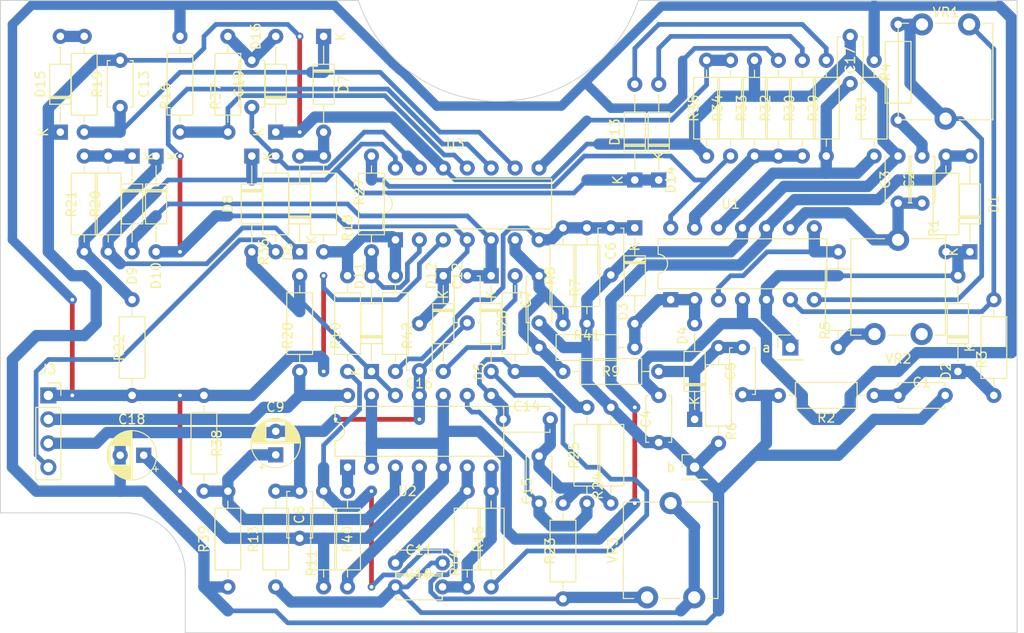
<source format=kicad_pcb>
(kicad_pcb (version 20221018) (generator pcbnew)
  (layers (0 "F.Cu" signal) (31 "B.Cu" signal) (34 "B.Paste" user) (35 "F.Paste" user) (36 "B.SilkS" user "B.Silkscreen") (37 "F.SilkS" user "F.Silkscreen") (38 "B.Mask" user) (39 "F.Mask" user) (44 "Edge.Cuts" user))
  (net 0 "")
  (net 1 "Net-(D2-K)")
  (net 2 "GND")
  (net 3 "Net-(C2-Pad1)")
  (net 4 "Net-(U1C--)")
  (net 5 "+5V")
  (net 6 "Net-(D4-K)")
  (net 7 "Net-(D3-K)")
  (net 8 "Net-(U3B--)")
  (net 9 "Net-(U2A-+)")
  (net 10 "Net-(C10-Pad1)")
  (net 11 "Net-(C10-Pad2)")
  (net 12 "Net-(U2B--)")
  (net 13 "Net-(D5-K)")
  (net 14 "Net-(D7-K)")
  (net 15 "Net-(C14-Pad1)")
  (net 16 "Net-(C14-Pad2)")
  (net 17 "Net-(U2C--)")
  (net 18 "Net-(D10-A)")
  (net 19 "Net-(U1D-+)")
  (net 20 "Net-(C19-Pad1)")
  (net 21 "Net-(D16-A)")
  (net 22 "Net-(D1-K)")
  (net 23 "Net-(D1-A)")
  (net 24 "Net-(D3-A)")
  (net 25 "Net-(D5-A)")
  (net 26 "Net-(D13-K)")
  (net 27 "Net-(D6-A)")
  (net 28 "Net-(D11-K)")
  (net 29 "Net-(D9-K)")
  (net 30 "Net-(D10-K)")
  (net 31 "Net-(D11-A)")
  (net 32 "Net-(D12-A)")
  (net 33 "Net-(D13-A)")
  (net 34 "Net-(D14-A)")
  (net 35 "Net-(D15-A)")
  (net 36 "DATA")
  (net 37 "{slash}LED")
  (net 38 "Net-(U1B--)")
  (net 39 "Net-(R4-Pad2)")
  (net 40 "Net-(R5-Pad1)")
  (net 41 "Net-(U1A-+)")
  (net 42 "Net-(R10-Pad1)")
  (net 43 "Net-(R10-Pad2)")
  (net 44 "Net-(U3C-+)")
  (net 45 "Net-(R27-Pad2)")
  (net 46 "Net-(U1D--)")
  (net 47 "Net-(U3D--)")
  (net 48 "Net-(R40-Pad2)")
  (footprint "Capacitor_THT:C_Disc_D4.7mm_W2.5mm_P5.00mm" (layer "F.Cu") (at 46.91 59.69 180)
    (fp_text reference "C11")
    (fp_text value "1nF")
  )
  (footprint "Resistor_THT:R_Axial_DIN0207_L6.3mm_D2.5mm_P10.16mm_Horizontal" (layer "F.Cu") (at 41.91 39.37 90)
    (fp_text reference "R42")
    (fp_text value "1M")
  )
  (footprint "Resistor_THT:R_Axial_DIN0207_L6.3mm_D2.5mm_P10.16mm_Horizontal" (layer "F.Cu") (at 105.41 41.91 90)
    (fp_text reference "R3")
    (fp_text value "100K")
  )
  (footprint "Resistor_THT:R_Axial_DIN0207_L6.3mm_D2.5mm_P10.16mm_Horizontal" (layer "F.Cu") (at 19.05 3.81 -90)
    (fp_text reference "R16")
    (fp_text value "150K")
  )
  (footprint "Package_DIP:DIP-14_W7.62mm" (layer "F.Cu") (at 71.12 31.75 90)
    (fp_text reference "U1")
    (fp_text value "LM324")
  )
  (footprint "Resistor_THT:R_Axial_DIN0207_L6.3mm_D2.5mm_P10.16mm_Horizontal" (layer "F.Cu") (at 52.07 52.07 -90)
    (fp_text reference "R15")
    (fp_text value "120K")
  )
  (footprint "Resistor_THT:R_Axial_DIN0207_L6.3mm_D2.5mm_P10.16mm_Horizontal" (layer "F.Cu") (at 31.75 29.21 -90)
    (fp_text reference "R28")
    (fp_text value "240K")
  )
  (footprint "Resistor_THT:R_Axial_DIN0207_L6.3mm_D2.5mm_P10.16mm_Horizontal" (layer "F.Cu") (at 36.83 62.23 90)
    (fp_text reference "R40")
    (fp_text value "5.1K")
  )
  (footprint "Resistor_THT:R_Axial_DIN0207_L6.3mm_D2.5mm_P10.16mm_Horizontal" (layer "F.Cu") (at 34.29 62.23 90)
    (fp_text reference "R11")
    (fp_text value "1K")
  )
  (footprint "Resistor_THT:R_Axial_DIN0207_L6.3mm_D2.5mm_P10.16mm_Horizontal" (layer "F.Cu") (at 8.89 13.97 90)
    (fp_text reference "R19")
    (fp_text value "1M")
  )
  (footprint "Package_DIP:DIP-14_W7.62mm" (layer "F.Cu") (at 36.83 49.53 90)
    (fp_text reference "U2")
    (fp_text value "LM324")
  )
  (footprint "Capacitor_THT:C_Disc_D4.7mm_W2.5mm_P5.00mm" (layer "F.Cu") (at 57.15 53.34 90)
    (fp_text reference "C15")
    (fp_text value "470pF")
  )
  (footprint "Resistor_THT:R_Axial_DIN0207_L6.3mm_D2.5mm_P10.16mm_Horizontal" (layer "F.Cu") (at 13.97 41.91 90)
    (fp_text reference "R22")
    (fp_text value "470K")
  )
  (footprint "Diode_THT:D_DO-35_SOD27_P10.16mm_Horizontal" (layer "F.Cu") (at 39.37 39.37 90)
    (fp_text reference "D11")
    (fp_text value "1N4148")
  )
  (footprint "Resistor_THT:R_Axial_DIN0207_L6.3mm_D2.5mm_P10.16mm_Horizontal" (layer "F.Cu") (at 24.13 3.81 -90)
    (fp_text reference "R37")
    (fp_text value "82K")
  )
  (footprint "Capacitor_THT:C_Disc_D4.7mm_W2.5mm_P5.00mm" (layer "F.Cu") (at 78.74 36.83 -90)
    (fp_text reference "C5")
    (fp_text value "0.1uF")
  )
  (footprint "Diode_THT:D_DO-35_SOD27_P10.16mm_Horizontal" (layer "F.Cu") (at 16.51 16.51 -90)
    (fp_text reference "D10")
    (fp_text value "1N4148")
  )
  (footprint "Diode_THT:D_DO-35_SOD27_P10.16mm_Horizontal" (layer "F.Cu") (at 101.6 39.37 90)
    (fp_text reference "D2")
    (fp_text value "1N4148")
  )
  (footprint "Resistor_THT:R_Axial_DIN0207_L6.3mm_D2.5mm_P10.16mm_Horizontal" (layer "F.Cu") (at 64.77 53.34 90)
    (fp_text reference "R24")
    (fp_text value "2.2K")
  )
  (footprint "Capacitor_THT:C_Disc_D4.7mm_W2.5mm_P5.00mm" (layer "F.Cu") (at 44.45 34.29 -90)
    (fp_text reference "C16")
    (fp_text value "10nF")
  )
  (footprint "Capacitor_THT:C_Disc_D4.7mm_W2.5mm_P5.00mm" (layer "F.Cu") (at 90.17 8.81 90)
    (fp_text reference "C17")
    (fp_text value "22nF")
  )
  (footprint "Capacitor_THT:C_Disc_D4.7mm_W2.5mm_P5.00mm" (layer "F.Cu") (at 95.25 21.51 90)
    (fp_text reference "C3")
    (fp_text value "1nF")
  )
  (footprint "Capacitor_THT:C_Disc_D4.7mm_W2.5mm_P5.00mm" (layer "F.Cu") (at 41.91 62.23)
    (fp_text reference "C10")
    (fp_text value "1nF")
  )
  (footprint "Resistor_THT:R_Axial_DIN0207_L6.3mm_D2.5mm_P10.16mm_Horizontal" (layer "F.Cu") (at 67.31 36.83 180)
    (fp_text reference "R41")
    (fp_text value "2.2M")
  )
  (footprint "Resistor_THT:R_Axial_DIN0207_L6.3mm_D2.5mm_P10.16mm_Horizontal" (layer "F.Cu") (at 92.71 6.35 -90)
    (fp_text reference "R31")
    (fp_text value "1M")
  )
  (footprint "Resistor_THT:R_Axial_DIN0207_L6.3mm_D2.5mm_P10.16mm_Horizontal" (layer "F.Cu") (at 24.13 52.07 -90)
    (fp_text reference "R39")
    (fp_text value "39K")
  )
  (footprint "Resistor_THT:R_Axial_DIN0207_L6.3mm_D2.5mm_P10.16mm_Horizontal" (layer "F.Cu") (at 76.2 36.83 -90)
    (fp_text reference "R6")
    (fp_text value "560K")
  )
  (footprint "Resistor_THT:R_Axial_DIN0207_L6.3mm_D2.5mm_P10.16mm_Horizontal" (layer "F.Cu") (at 69.85 39.37 180)
    (fp_text reference "R9")
    (fp_text value "1M")
  )
  (footprint "Capacitor_THT:C_Disc_D4.7mm_W2.5mm_P5.00mm" (layer "F.Cu") (at 58.34 44.45 180)
    (fp_text reference "C14")
    (fp_text value "470pF")
  )
  (footprint "Connector_PinHeader_2.54mm:PinHeader_1x01_P2.54mm_Vertical" (layer "F.Cu") (at 83.82 36.83)
    (fp_text reference "J1" hide)
    (fp_text value "a")
  )
  (footprint "Resistor_THT:R_Axial_DIN0207_L6.3mm_D2.5mm_P10.16mm_Horizontal" (layer "F.Cu") (at 77.47 16.51 90)
    (fp_text reference "R34")
    (fp_text value "180K")
  )
  (footprint "Resistor_THT:R_Axial_DIN0207_L6.3mm_D2.5mm_P10.16mm_Horizontal" (layer "F.Cu") (at 85.09 16.51 90)
    (fp_text reference "R30")
    (fp_text value "510K")
  )
  (footprint "Diode_THT:D_DO-35_SOD27_P10.16mm_Horizontal" (layer "F.Cu") (at 52.07 29.21 -90)
    (fp_text reference "D5")
    (fp_text value "1N4148")
  )
  (footprint "Resistor_THT:R_Axial_DIN0207_L6.3mm_D2.5mm_P10.16mm_Horizontal" (layer "F.Cu") (at 49.53 62.23 90)
    (fp_text reference "R14")
    (fp_text value "180K")
  )
  (footprint "Diode_THT:D_DO-35_SOD27_P10.16mm_Horizontal" (layer "F.Cu") (at 69.85 19.05 90)
    (fp_text reference "D14")
    (fp_text value "1N4148")
  )
  (footprint "Connector_PinHeader_2.54mm:PinHeader_1x01_P2.54mm_Vertical" (layer "F.Cu") (at 73.66 49.53)
    (fp_text reference "J2" hide)
    (fp_text value "b")
  )
  (footprint "Capacitor_THT:C_Disc_D4.7mm_W2.5mm_P5.00mm" (layer "F.Cu") (at 97.79 16.51 -90)
    (fp_text reference "C2")
    (fp_text value "2.7nF")
  )
  (footprint "Diode_THT:D_DO-35_SOD27_P10.16mm_Horizontal" (layer "F.Cu") (at 26.67 16.51 -90)
    (fp_text reference "D8")
    (fp_text value "1N4148")
  )
  (footprint "Diode_THT:D_DO-35_SOD27_P10.16mm_Horizontal" (layer "F.Cu") (at 6.35 13.97 90)
    (fp_text reference "D15")
    (fp_text value "1N4148")
  )
  (footprint "Package_DIP:DIP-14_W7.62mm" (layer "F.Cu") (at 41.91 25.4 90)
    (fp_text reference "U3")
    (fp_text value "LM339")
  )
  (footprint "Resistor_THT:R_Axial_DIN0207_L6.3mm_D2.5mm_P10.16mm_Horizontal" (layer "F.Cu") (at 87.63 16.51 90)
    (fp_text reference "R29")
    (fp_text value "100K")
  )
  (footprint "Diode_THT:D_DO-35_SOD27_P10.16mm_Horizontal" (layer "F.Cu") (at 34.29 3.81 -90)
    (fp_text reference "D7")
    (fp_text value "1N4148")
  )
  (footprint "Resistor_THT:R_Axial_DIN0207_L6.3mm_D2.5mm_P10.16mm_Horizontal" (layer "F.Cu") (at 39.37 26.67 90)
    (fp_text reference "R27")
    (fp_text value "100K")
  )
  (footprint "Resistor_THT:R_Axial_DIN0207_L6.3mm_D2.5mm_P10.16mm_Horizontal" (layer "F.Cu") (at 21.59 41.91 -90)
    (fp_text reference "R38")
    (fp_text value "62K")
  )
  (footprint "Capacitor_THT:C_Disc_D4.7mm_W2.5mm_P5.00mm" (layer "F.Cu") (at 69.85 41.91 -90)
    (fp_text reference "C4")
    (fp_text value "0.1uF")
  )
  (footprint "Resistor_THT:R_Axial_DIN0207_L6.3mm_D2.5mm_P10.16mm_Horizontal" (layer "F.Cu") (at 11.43 16.51 -90)
    (fp_text reference "R20")
    (fp_text value "82K")
  )
  (footprint "Potentiometer_THT:Potentiometer_ACP_CA9-V10_Vertical" (layer "F.Cu") (at 97.75 35.4 90)
    (fp_text reference "VR2")
    (fp_text value "500K")
  )
  (footprint "Diode_THT:D_DO-35_SOD27_P10.16mm_Horizontal" (layer "F.Cu") (at 29.21 13.97 90)
    (fp_text reference "D16")
    (fp_text value "1N4148")
  )
  (footprint "Resistor_THT:R_Axial_DIN0207_L6.3mm_D2.5mm_P10.16mm_Horizontal" (layer "F.Cu") (at 8.89 16.51 -90)
    (fp_text reference "R21")
    (fp_text value "27K")
  )
  (footprint "Resistor_THT:R_Axial_DIN0207_L6.3mm_D2.5mm_P10.16mm_Horizontal" (layer "F.Cu") (at 95.25 12.7 90)
    (fp_text reference "R4")
    (fp_text value "1K")
  )
  (footprint "Diode_THT:D_DO-35_SOD27_P10.16mm_Horizontal" (layer "F.Cu") (at 46.99 29.21 -90)
    (fp_text reference "D12")
    (fp_text value "1N4148")
  )
  (footprint "Resistor_THT:R_Axial_DIN0207_L6.3mm_D2.5mm_P10.16mm_Horizontal" (layer "F.Cu") (at 88.9 36.83 90)
    (fp_text reference "R5")
    (fp_text value "300K")
  )
  (footprint "Potentiometer_THT:Potentiometer_ACP_CA9-V10_Vertical" (layer "F.Cu") (at 73.62 63.34 90)
    (fp_text reference "VR3")
    (fp_text value "50K")
  )
  (footprint "Resistor_THT:R_Axial_DIN0207_L6.3mm_D2.5mm_P10.16mm_Horizontal" (layer "F.Cu") (at 36.83 39.37 90)
    (fp_text reference "R10")
    (fp_text value "10K")
  )
  (footprint "Capacitor_THT:C_Disc_D4.7mm_W2.5mm_P5.00mm" (layer "F.Cu") (at 57.15 29.21 -90)
    (fp_text reference "C7")
    (fp_text value "100pF")
  )
  (footprint "Potentiometer_THT:Potentiometer_ACP_CA9-V10_Vertical" (layer "F.Cu") (at 97.79 2.54 -90)
    (fp_text reference "VR1")
    (fp_text value "180K")
  )
  (footprint "Diode_THT:D_DO-35_SOD27_P10.16mm_Horizontal" (layer "F.Cu") (at 73.66 44.45 90)
    (fp_text reference "D4")
    (fp_text value "1N4148")
  )
  (footprint "Resistor_THT:R_Axial_DIN0207_L6.3mm_D2.5mm_P10.16mm_Horizontal" (layer "F.Cu") (at 34.29 26.67 90)
    (fp_text reference "R18")
    (fp_text value "100K")
  )
  (footprint "Resistor_THT:R_Axial_DIN0207_L6.3mm_D2.5mm_P10.16mm_Horizontal" (layer "F.Cu") (at 82.55 6.35 -90)
    (fp_text reference "R32")
    (fp_text value "510K")
  )
  (footprint "Capacitor_THT:C_Disc_D4.7mm_W2.5mm_P5.00mm" (layer "F.Cu") (at 12.7 11.35 90)
    (fp_text reference "C13")
    (fp_text value "1nF")
  )
  (footprint "Diode_THT:D_DO-35_SOD27_P10.16mm_Horizontal" (layer "F.Cu") (at 67.31 24.13 -90)
    (fp_text reference "D3")
    (fp_text value "1N4148")
  )
  (footprint "Capacitor_THT:C_Disc_D4.7mm_W2.5mm_P5.00mm" (layer "F.Cu") (at 49.53 29.21 -90)
    (fp_text reference "C12")
    (fp_text value "10nF")
  )
  (footprint "Resistor_THT:R_Axial_DIN0207_L6.3mm_D2.5mm_P10.16mm_Horizontal" (layer "F.Cu") (at 100.33 16.51 -90)
    (fp_text reference "R1")
    (fp_text value "27K")
  )
  (footprint "Connector_PinSocket_2.54mm:PinSocket_1x04_P2.54mm_Vertical" (layer "F.Cu") (at 5.08 41.91)
    (fp_text reference "J3")
    (fp_text value "Conn_01x04")
  )
  (footprint "Resistor_THT:R_Axial_DIN0207_L6.3mm_D2.5mm_P10.16mm_Horizontal" (layer "F.Cu") (at 59.69 63.5 90)
    (fp_text reference "R23")
    (fp_text value "24K")
  )
  (footprint "Resistor_THT:R_Axial_DIN0207_L6.3mm_D2.5mm_P10.16mm_Horizontal" (layer "F.Cu") (at 80.01 16.51 90)
    (fp_text reference "R33")
    (fp_text value "1M")
  )
  (footprint "Capacitor_THT:C_Disc_D4.7mm_W2.5mm_P5.00mm" (layer "F.Cu") (at 26.67 11.35 90)
    (fp_text reference "C19")
    (fp_text value "0.1uF")
  )
  (footprint "Resistor_THT:R_Axial_DIN0207_L6.3mm_D2.5mm_P10.16mm_Horizontal" (layer "F.Cu") (at 62.23 24.13 -90)
    (fp_text reference "R7")
    (fp_text value "100K")
  )
  (footprint "Diode_THT:D_DO-35_SOD27_P10.16mm_Horizontal" (layer "F.Cu") (at 102.87 26.67 90)
    (fp_text reference "D1")
    (fp_text value "1N4148")
  )
  (footprint "Capacitor_THT:C_Disc_D4.7mm_W2.5mm_P5.00mm" (layer "F.Cu") (at 64.77 24.13 -90)
    (fp_text reference "C6")
    (fp_text value "1.5nF")
  )
  (footprint "Diode_THT:D_DO-35_SOD27_P10.16mm_Horizontal" (layer "F.Cu") (at 13.97 16.51 -90)
    (fp_text reference "D9")
    (fp_text value "1N4148")
  )
  (footprint "Diode_THT:D_DO-35_SOD27_P10.16mm_Horizontal" (layer "F.Cu") (at 67.31 19.05 90)
    (fp_text reference "D13")
    (fp_text value "1N4148")
  )
  (footprint "Capacitor_THT:CP_Radial_D5.0mm_P2.50mm" (layer "F.Cu") (at 29.21 48.22 90)
    (fp_text reference "C9")
    (fp_text value "10uF 16v")
  )
  (footprint "Resistor_THT:R_Axial_DIN0207_L6.3mm_D2.5mm_P10.16mm_Horizontal" (layer "F.Cu") (at 54.61 39.37 90)
    (fp_text reference "R26")
    (fp_text value "150K")
  )
  (footprint "Resistor_THT:R_Axial_DIN0207_L6.3mm_D2.5mm_P10.16mm_Horizontal" (layer "F.Cu") (at 92.71 41.91 180)
    (fp_text reference "R2")
    (fp_text value "1M")
  )
  (footprint "Capacitor_THT:C_Disc_D4.7mm_W2.5mm_P5.00mm" (layer "F.Cu") (at 95.25 41.91)
    (fp_text reference "C1")
    (fp_text value "0.1uF")
  )
  (footprint "Diode_THT:D_DO-35_SOD27_P10.16mm_Horizontal" (layer "F.Cu") (at 31.75 26.67 90)
    (fp_text reference "D6")
    (fp_text value "1N4148")
  )
  (footprint "Resistor_THT:R_Axial_DIN0207_L6.3mm_D2.5mm_P10.16mm_Horizontal" (layer "F.Cu") (at 59.69 24.13 -90)
    (fp_text reference "R8")
    (fp_text value "22K")
  )
  (footprint "Resistor_THT:R_Axial_DIN0207_L6.3mm_D2.5mm_P10.16mm_Horizontal" (layer "F.Cu") (at 29.21 26.67 90)
    (fp_text reference "R36")
    (fp_text value "1K")
  )
  (footprint "Resistor_THT:R_Axial_DIN0207_L6.3mm_D2.5mm_P10.16mm_Horizontal" (layer "F.Cu") (at 74.93 6.35 -90)
    (fp_text reference "R35")
    (fp_text value "100K")
  )
  (footprint "Capacitor_THT:CP_Radial_D5.0mm_P2.50mm" (layer "F.Cu") (at 15.2 48.26 180)
    (fp_text reference "C18")
    (fp_text value "22uF 10v")
  )
  (footprint "Resistor_THT:R_Axial_DIN0207_L6.3mm_D2.5mm_P10.16mm_Horizontal" (layer "F.Cu") (at 29.21 62.23 90)
    (fp_text reference "R13")
    (fp_text value "2.2K")
  )
  (footprint "Capacitor_THT:C_Disc_D4.7mm_W2.5mm_P5.00mm" (layer "F.Cu") (at 31.75 57.07 90)
    (fp_text reference "C8")
    (fp_text value "0.1uF")
  )
  (footprint "Resistor_THT:R_Axial_DIN0207_L6.3mm_D2.5mm_P10.16mm_Horizontal" (layer "F.Cu") (at 62.23 43.18 -90)
    (fp_text reference "R25")
    (fp_text value "180K")
  )
  (gr_line (start 67.691 0) (end 107.88 0) (stroke (width 0.1)) (layer "Edge.Cuts"))
  (gr_arc (start 67.691 0) (mid 52.832 10.69695) (end 37.973 0) (stroke (width 0.1)) (layer "Edge.Cuts"))
  (gr_line (start 0 0) (end 0 54.37) (stroke (width 0.1)) (layer "Edge.Cuts"))
  (gr_line (start 19.61 67.09) (end 19.61 60.840931) (stroke (width 0.1)) (layer "Edge.Cuts"))
  (gr_arc (start 13.200069 54.37) (mid 17.745208 56.277925) (end 19.61 60.840931) (stroke (width 0.1)) (layer "Edge.Cuts"))
  (gr_line (start 0 54.37) (end 13.200069 54.37) (stroke (width 0.1)) (layer "Edge.Cuts"))
  (gr_line (start 37.973 0) (end 0 0) (stroke (width 0.1)) (layer "Edge.Cuts"))
  (gr_line (start 107.88 67.09) (end 107.88 0) (stroke (width 0.1)) (layer "Edge.Cuts"))
  (gr_line (start 19.61 67.09) (end 107.88 67.09) (stroke (width 0.1)) (layer "Edge.Cuts"))
  (segment (start 92.71 41.91) (end 95.25 41.91) (width 1.2) (layer "B.Cu") (net 1))
  (segment (start 95.25 41.91) (end 97.79 39.37) (width 1.2) (layer "B.Cu") (net 1))
  (segment (start 97.79 39.37) (end 101.6 39.37) (width 1.2) (layer "B.Cu") (net 1))
  (segment (start 102.87 39.37) (end 105.41 41.91) (width 1.2) (layer "B.Cu") (net 1))
  (segment (start 101.6 39.37) (end 102.87 39.37) (width 1.2) (layer "B.Cu") (net 1))
  (segment (start 31.75 13.97) (end 31.75 3.81) (width 0.5) (layer "F.Cu") (net 2))
  (segment (start 44.45 44.45) (end 35.56 44.45) (width 0.5) (layer "F.Cu") (net 2))
  (via (at 44.45 44.45) (size 0.8) (drill 0.4) (layers "F.Cu" "B.Cu") (net 2))
  (via (at 35.56 44.45) (size 0.8) (drill 0.4) (layers "F.Cu" "B.Cu") (net 2))
  (via (at 31.75 3.81) (size 0.8) (drill 0.4) (layers "F.Cu" "B.Cu") (net 2))
  (via (at 31.75 13.97) (size 0.8) (drill 0.4) (layers "F.Cu" "B.Cu") (net 2))
  (segment (start 81.28 46.99) (end 80.01 48.26) (width 1.2) (layer "B.Cu") (net 2))
  (segment (start 95.25 16.51) (end 93.65 14.91) (width 1.2) (layer "B.Cu") (net 2))
  (segment (start 31.75 3.81) (end 30.48 2.54) (width 0.5) (layer "B.Cu") (net 2))
  (segment (start 41.58 12.37) (end 46.99 17.78) (width 1.2) (layer "B.Cu") (net 2))
  (segment (start 34.29 45.72) (end 35.56 44.45) (width 1.2) (layer "B.Cu") (net 2))
  (segment (start 11.3 45.85) (end 12.7 45.85) (width 1.2) (layer "B.Cu") (net 2))
  (segment (start 1.27 49.53) (end 3.81 52.07) (width 1.2) (layer "B.Cu") (net 2))
  (segment (start 29.21 64.77) (end 24.13 64.77) (width 0.5) (layer "B.Cu") (net 2))
  (segment (start 3.81 35.56) (end 1.27 38.1) (width 1.2) (layer "B.Cu") (net 2))
  (segment (start 78.74 25.4) (end 77.47 26.67) (width 1.2) (layer "B.Cu") (net 2))
  (segment (start 21.59 3.81) (end 21.59 5.08) (width 0.5) (layer "B.Cu") (net 2))
  (segment (start 71.04 46.91) (end 73.66 49.53) (width 1.2) (layer "B.Cu") (net 2))
  (segment (start 81.28 41.91) (end 81.28 46.99) (width 1.2) (layer "B.Cu") (net 2))
  (segment (start 80.01 10.16) (end 86.082742 10.16) (width 1.2) (layer "B.Cu") (net 2))
  (segment (start 8.89 29.21) (end 10.16 30.48) (width 1.2) (layer "B.Cu") (net 2))
  (segment (start 67.23 26.67) (end 64.77 29.13) (width 1.2) (layer "B.Cu") (net 2))
  (segment (start 62.23 15.24) (end 58.44 19.03) (width 0.5) (layer "B.Cu") (net 2))
  (segment (start 73.66 15.24) (end 63.5 15.24) (width 1.2) (layer "B.Cu") (net 2))
  (segment (start 93.65 14.91) (end 93.65 9.552742) (width 1.2) (layer "B.Cu") (net 2))
  (segment (start 10.16 6.35) (end 5.08 11.43) (width 1.2) (layer "B.Cu") (net 2))
  (segment (start 5.08 13.97) (end 5.08 26.67) (width 1.2) (layer "B.Cu") (net 2))
  (segment (start 92.03 19.73) (end 83.14 19.73) (width 1.2) (layer "B.Cu") (net 2))
  (segment (start 86.082742 10.16) (end 90.17 6.072742) (width 1.2) (layer "B.Cu") (net 2))
  (segment (start 29.21 45.72) (end 31.75 45.72) (width 1.2) (layer "B.Cu") (net 2))
  (segment (start 93.65 9.552742) (end 90.17 6.072742) (width 1.2) (layer "B.Cu") (net 2))
  (segment (start 58.44 19.03) (end 48.24 19.03) (width 0.5) (layer "B.Cu") (net 2))
  (segment (start 10.16 30.48) (end 10.16 34.29) (width 1.2) (layer "B.Cu") (net 2))
  (segment (start 29.21 52.07) (end 31.75 52.07) (width 1.2) (layer "B.Cu") (net 2))
  (segment (start 76.2 46.99) (end 73.66 49.53) (width 1.2) (layer "B.Cu") (net 2))
  (segment (start 76.2 10.16) (end 73.66 12.7) (width 1.2) (layer "B.Cu") (net 2))
  (segment (start 80.01 48.26) (end 76.2 52.07) (width 1.2) (layer "B.Cu") (net 2))
  (segment (start 12.7 45.85) (end 29.08 45.85) (width 1.2) (layer "B.Cu") (net 2))
  (segment (start 80.01 6.35) (end 80.01 10.16) (width 1.2) (layer "B.Cu") (net 2))
  (segment (start 100.25 41.91) (end 97.71 44.45) (width 1.2) (layer "B.Cu") (net 2))
  (segment (start 69.85 46.91) (end 68.5 46.91) (width 1.2) (layer "B.Cu") (net 2))
  (segment (start 97.71 44.45) (end 92.71 44.45) (width 1.2) (layer "B.Cu") (net 2))
  (segment (start 77.47 26.67) (end 67.23 26.67) (width 1.2) (layer "B.Cu") (net 2))
  (segment (start 31.75 45.72) (end 34.29 45.72) (width 1.2) (layer "B.Cu") (net 2))
  (segment (start 82.55 41.91) (end 81.28 41.91) (width 1.2) (layer "B.Cu") (net 2))
  (segment (start 21.59 5.08) (end 20.32 6.35) (width 0.5) (layer "B.Cu") (net 2))
  (segment (start 80.01 10.16) (end 76.2 10.16) (width 1.2) (layer "B.Cu") (net 2))
  (segment (start 5.08 11.43) (end 5.08 13.97) (width 1.2) (layer "B.Cu") (net 2))
  (segment (start 30.48 66.04) (end 29.21 64.77) (width 0.5) (layer "B.Cu") (net 2))
  (segment (start 62.23 31.67) (end 64.77 29.13) (width 1.2) (layer "B.Cu") (net 2))
  (segment (start 83.14 19.73) (end 78.74 24.13) (width 1.2) (layer "B.Cu") (net 2))
  (segment (start 7.62 29.21) (end 8.89 29.21) (width 1.2) (layer "B.Cu") (net 2))
  (segment (start 81.28 41.91) (end 78.82 41.91) (width 1.2) (layer "B.Cu") (net 2))
  (segment (start 24.13 62.23) (end 21.59 62.23) (width 1.2) (layer "B.Cu") (net 2))
  (segment (start 76.2 64.77) (end 74.93 66.04) (width 0.5) (layer "B.Cu") (net 2))
  (segment (start 76.2 52.07) (end 73.66 49.53) (width 1.2) (layer "B.Cu") (net 2))
  (segment (start 6.35 13.97) (end 5.08 13.97) (width 0.5) (layer "B.Cu") (net 2))
  (segment (start 95.25 16.51) (end 92.03 19.73) (width 1.2) (layer "B.Cu") (net 2))
  (segment (start 44.45 39.29) (end 49.53 34.21) (width 0.5) (layer "B.Cu") (net 2))
  (segment (start 21.59 58.42) (end 21.59 62.23) (width 1.2) (layer "B.Cu") (net 2))
  (segment (start 62.23 34.29) (end 62.23 31.67) (width 1.2) (layer "B.Cu") (net 2))
  (segment (start 31.75 13.97) (end 33.35 12.37) (width 1.2) (layer "B.Cu") (net 2))
  (segment (start 12.7 52.07) (end 15.24 52.07) (width 1.2) (layer "B.Cu") (net 2))
  (segment (start 8.89 35.56) (end 3.81 35.56) (width 1.2) (layer "B.Cu") (net 2))
  (segment (start 48.24 19.03) (end 46.99 17.78) (width 0.5) (layer "B.Cu") (net 2))
  (segment (start 31.75 52.07) (end 31.75 45.72) (width 1.2) (layer "B.Cu") (net 2))
  (segment (start 3.81 52.07) (end 12.7 52.07) (width 1.2) (layer "B.Cu") (net 2))
  (segment (start 73.66 15.24) (end 74.93 16.51) (width 1.2) (layer "B.Cu") (net 2))
  (segment (start 63.5 15.24) (end 62.23 15.24) (width 0.5) (layer "B.Cu") (net 2))
  (segment (start 78.74 24.13) (end 78.74 25.4) (width 1.2) (layer "B.Cu") (net 2))
  (segment (start 30.48 2.54) (end 22.86 2.54) (width 0.5) (layer "B.Cu") (net 2))
  (segment (start 64.77 43.18) (end 62.23 40.64) (width 1.2) (layer "B.Cu") (net 2))
  (segment (start 59.77 36.83) (end 62.23 36.83) (width 1.2) (layer "B.Cu") (net 2))
  (segment (start 62.23 36.83) (end 62.23 34.29) (width 1.2) (layer "B.Cu") (net 2))
  (segment (start 33.35 12.37) (end 41.58 12.37) (width 1.2) (layer "B.Cu") (net 2))
  (segment (start 78.82 41.91) (end 78.74 41.83) (width 1.2) (layer "B.Cu") (net 2))
  (segment (start 88.9 48.26) (end 80.01 48.26) (width 1.2) (layer "B.Cu") (net 2))
  (segment (start 12.7 48.26) (end 12.7 52.07) (width 1.2) (layer "B.Cu") (net 2))
  (segment (start 21.59 62.23) (end 24.13 64.77) (width 1.2) (layer "B.Cu") (net 2))
  (segment (start 5.08 26.67) (end 7.62 29.21) (width 1.2) (layer "B.Cu") (net 2))
  (segment (start 5.08 46.99) (end 10.16 46.99) (width 1.2) (layer "B.Cu") (net 2))
  (segment (start 15.24 52.07) (end 21.59 58.42) (width 1.2) (layer "B.Cu") (net 2))
  (segment (start 29.08 45.85) (end 29.21 45.72) (width 1.2) (layer "B.Cu") (net 2))
  (segment (start 69.85 46.91) (end 71.04 46.91) (width 1.2) (layer "B.Cu") (net 2))
  (segment (start 20.32 6.35) (end 12.7 6.35) (width 0.5) (layer "B.Cu") (net 2))
  (segment (start 12.7 6.35) (end 10.16 6.35) (width 1.2) (layer "B.Cu") (net 2))
  (segment (start 44.45 39.29) (end 44.45 41.91) (width 1.2) (layer "B.Cu") (net 2))
  (segment (start 22.86 2.54) (end 21.59 3.81) (width 0.5) (layer "B.Cu") (net 2))
  (segment (start 44.45 41.91) (end 44.45 44.45) (width 1.2) (layer "B.Cu") (net 2))
  (segment (start 1.27 38.1) (end 1.27 49.53) (width 1.2) (layer "B.Cu") (net 2))
  (segment (start 10.16 46.99) (end 11.3 45.85) (width 1.2) (layer "B.Cu") (net 2))
  (segment (start 74.93 66.04) (end 30.48 66.04) (width 0.5) (layer "B.Cu") (net 2))
  (segment (start 29.21 13.97) (end 31.75 13.97) (width 1.2) (layer "B.Cu") (net 2))
  (segment (start 90.17 6.072742) (end 90.17 3.81) (width 1.2) (layer "B.Cu") (net 2))
  (segment (start 12.7 48.26) (end 12.7 45.85) (width 1.2) (layer "B.Cu") (net 2))
  (segment (start 57.15 34.21) (end 59.77 36.83) (width 1.2) (layer "B.Cu") (net 2))
  (segment (start 62.23 40.64) (end 62.23 36.83) (width 1.2) (layer "B.Cu") (net 2))
  (segment (start 76.2 64.77) (end 76.2 52.07) (width 1.2) (layer "B.Cu") (net 2))
  (segment (start 92.71 44.45) (end 88.9 48.26) (width 1.2) (layer "B.Cu") (net 2))
  (segment (start 10.16 34.29) (end 8.89 35.56) (width 1.2) (layer "B.Cu") (net 2))
  (segment (start 73.66 12.7) (end 73.66 15.24) (width 1.2) (layer "B.Cu") (net 2))
  (segment (start 68.5 46.91) (end 64.77 43.18) (width 1.2) (layer "B.Cu") (net 2))
  (segment (start 97.79 15.24) (end 95.25 12.7) (width 1.2) (layer "B.Cu") (net 3))
  (segment (start 97.79 16.51) (end 97.79 15.24) (width 1.2) (layer "B.Cu") (net 3))
  (segment (start 89.84 22.53) (end 92.71 25.4) (width 1.2) (layer "B.Cu") (net 4))
  (segment (start 95.25 21.51) (end 95.25 25.4) (width 1.2) (layer "B.Cu") (net 4))
  (segment (start 97.79 21.51) (end 95.25 21.51) (width 1.2) (layer "B.Cu") (net 4))
  (segment (start 83.82 24.13) (end 85.42 22.53) (width 1.2) (layer "B.Cu") (net 4))
  (segment (start 85.42 22.53) (end 89.84 22.53) (width 1.2) (layer "B.Cu") (net 4))
  (segment (start 92.71 25.4) (end 95.25 25.4) (width 1.2) (layer "B.Cu") (net 4))
  (segment (start 34.29 29.21) (end 34.29 39.37) (width 0.5) (layer "F.Cu") (net 5))
  (segment (start 7.62 31.75) (end 7.62 41.91) (width 0.5) (layer "F.Cu") (net 5))
  (segment (start 19.05 41.91) (end 19.05 52.07) (width 0.5) (layer "F.Cu") (net 5))
  (via (at 34.29 39.37) (size 0.8) (drill 0.4) (layers "F.Cu" "B.Cu") (net 5))
  (via (at 19.05 41.91) (size 0.8) (drill 0.4) (layers "F.Cu" "B.Cu") (net 5))
  (via (at 34.29 29.21) (size 0.8) (drill 0.4) (layers "F.Cu" "B.Cu") (net 5))
  (via (at 19.05 52.07) (size 0.8) (drill 0.4) (layers "F.Cu" "B.Cu") (net 5))
  (via (at 7.62 41.91) (size 0.8) (drill 0.4) (layers "F.Cu" "B.Cu") (net 5))
  (via (at 7.62 31.75) (size 0.8) (drill 0.4) (layers "F.Cu" "B.Cu") (net 5))
  (segment (start 85.09 43.18) (end 86.36 44.45) (width 1.2) (layer "B.Cu") (net 5))
  (segment (start 42.127717 31.75) (end 35.56 31.75) (width 0.5) (layer "B.Cu") (net 5))
  (segment (start 24.01 57.07) (end 31.75 57.07) (width 1.2) (layer "B.Cu") (net 5))
  (segment (start 34.29 62.23) (end 34.29 57.07) (width 1.2) (layer "B.Cu") (net 5))
  (segment (start 41.640595 6.708532) (end 35.432063 0.5) (width 1) (layer "B.Cu") (net 5))
  (segment (start 35.56 31.75) (end 34.29 30.48) (width 0.5) (layer "B.Cu") (net 5))
  (segment (start 59.527268 11.204669) (end 46.30502 11.204669) (width 1) (layer "B.Cu") (net 5))
  (segment (start 19.05 41.91) (end 21.59 41.91) (width 1.2) (layer "B.Cu") (net 5))
  (segment (start 15.2 48.26) (end 24.01 57.07) (width 1.2) (layer "B.Cu") (net 5))
  (segment (start 62.035968 8.695968) (end 59.527268 11.204669) (width 1) (layer "B.Cu") (net 5))
  (segment (start 81.28 35.56) (end 81.28 38.1) (width 1.2) (layer "B.Cu") (net 5))
  (segment (start 42.249783 7.263169) (end 41.640595 6.708532) (width 1) (layer "B.Cu") (net 5))
  (segment (start 78.74 34.29) (end 80.01 34.29) (width 1.2) (layer "B.Cu") (net 5))
  (segment (start 30.81 37.77) (end 33.96 37.77) (width 1.2) (layer "B.Cu") (net 5))
  (segment (start 44.45 27.94) (end 44.45 29.427717) (width 0.5) (layer "B.Cu") (net 5))
  (segment (start 44.45 29.427717) (end 42.127717 31.75) (width 0.5) (layer "B.Cu") (net 5))
  (segment (start 62.035968 8.695968) (end 64.77 11.43) (width 1) (layer "B.Cu") (net 5))
  (segment (start 1.27 25.4) (end 7.62 31.75) (width 1) (layer "B.Cu") (net 5))
  (segment (start 33.96 37.77) (end 34.29 38.1) (width 1.2) (layer "B.Cu") (net 5))
  (segment (start 42.886431 7.78608) (end 42.249783 7.263169) (width 1) (layer "B.Cu") (net 5))
  (segment (start 76.477258 34.29) (end 73.022207 37.745051) (width 1.2) (layer "B.Cu") (net 5))
  (segment (start 31.75 57.07) (end 34.29 57.07) (width 1.2) (layer "B.Cu") (net 5))
  (segment (start 13.97 41.91) (end 19.05 41.91) (width 1.2) (layer "B.Cu") (net 5))
  (segment (start 34.29 57.07) (end 38.889898 57.07) (width 1.2) (layer "B.Cu") (net 5))
  (segment (start 71.12 11.43) (end 72.39 10.16) (width 1) (layer "B.Cu") (net 5))
  (segment (start 106.01 0.6) (end 92.71 0.6) (width 1) (layer "B.Cu") (net 5))
  (segment (start 81.28 5.08) (end 82.55 6.35) (width 0.5) (layer "B.Cu") (net 5))
  (segment (start 26.67 41.91) (end 30.81 37.77) (width 1.2) (layer "B.Cu") (net 5))
  (segment (start 68.25 38.43) (end 68.25 40.31) (width 1.2) (layer "B.Cu") (net 5))
  (segment (start 92.71 6.35) (end 92.71 0.6) (width 1.2) (layer "B.Cu") (net 5))
  (segment (start 70.131937 0.6) (end 62.035968 8.695968) (width 1) (layer "B.Cu") (net 5))
  (segment (start 90.17 43.18) (end 90.17 41.91) (width 1.2) (layer "B.Cu") (net 5))
  (segment (start 7.62 41.91) (end 13.97 41.91) (width 1.2) (layer "B.Cu") (net 5))
  (segment (start 5.08 41.91) (end 7.62 41.91) (width 1.2) (layer "B.Cu") (net 5))
  (segment (start 1.27 2.54) (end 1.27 25.4) (width 1) (layer "B.Cu") (net 5))
  (segment (start 95.25 39.37) (end 97.25 37.37) (width 1.2) (layer "B.Cu") (net 5))
  (segment (start 107.28 37.37) (end 107.28 1.87) (width 1.2) (layer "B.Cu") (net 5))
  (segment (start 88.9 44.45) (end 90.17 43.18) (width 1.2) (layer "B.Cu") (net 5))
  (segment (start 86.36 44.45) (end 88.9 44.45) (width 1.2) (layer "B.Cu") (net 5))
  (segment (start 85.09 41.91) (end 85.09 43.18) (width 1.2) (layer "B.Cu") (net 5))
  (segment (start 35.432063 0.5) (end 3.31 0.5) (width 1) (layer "B.Cu") (net 5))
  (segment (start 46.30502 11.204669) (end 42.886431 7.78608) (width 1) (layer "B.Cu") (net 5))
  (segment (start 38.889898 57.07) (end 44.45 51.509898) (width 1.2) (layer "B.Cu") (net 5))
  (segment (start 46.99 25.4) (end 44.45 27.94) (width 0.5) (layer "B.Cu") (net 5))
  (segment (start 3.31 0.5) (end 1.27 2.54) (width 1) (layer "B.Cu") (net 5))
  (segment (start 78.74 31.75) (end 78.74 34.29) (width 1.2) (layer "B.Cu") (net 5))
  (segment (start 19.05 3.81) (end 19.05 0.6) (width 1.2) (layer "B.Cu") (net 5))
  (segment (start 92.71 0.6) (end 70.131937 0.6) (width 1) (layer "B.Cu") (net 5))
  (segment (start 90.17 41.91) (end 92.71 39.37) (width 1.2) (layer "B.Cu") (net 5))
  (segment (start 78.74 34.29) (end 76.477258 34.29) (width 1.2) (layer "B.Cu") (net 5))
  (segment (start 68.25 40.31) (end 69.85 41.91) (width 1.2) (layer "B.Cu") (net 5))
  (segment (start 68.934949 37.745051) (end 68.25 38.43) (width 1.2) (layer "B.Cu") (net 5))
  (segment (start 44.45 51.509898) (end 44.45 49.53) (width 1.2) (layer "B.Cu") (net 5))
  (segment (start 80.01 34.29) (end 81.28 35.56) (width 1.2) (layer "B.Cu") (net 5))
  (segment (start 73.66 5.08) (end 72.39 6.35) (width 0.5) (layer "B.Cu") (net 5))
  (segment (start 92.71 39.37) (end 95.25 39.37) (width 1.2) (layer "B.Cu") (net 5))
  (segment (start 64.77 11.43) (end 71.12 11.43) (width 1) (layer "B.Cu") (net 5))
  (segment (start 34.29 30.48) (end 34.29 29.21) (width 0.5) (layer "B.Cu") (net 5))
  (segment (start 21.59 41.91) (end 26.67 41.91) (width 1.2) (layer "B.Cu") (net 5))
  (segment (start 81.28 38.1) (end 85.09 41.91) (width 1.2) (layer "B.Cu") (net 5))
  (segment (start 73.022207 37.745051) (end 68.934949 37.745051) (width 1.2) (layer "B.Cu") (net 5))
  (segment (start 34.29 38.1) (end 34.29 39.37) (width 1.2) (layer "B.Cu") (net 5))
  (segment (start 73.66 5.08) (end 81.28 5.08) (width 0.5) (layer "B.Cu") (net 5))
  (segment (start 107.28 1.87) (end 106.01 0.6) (width 1.2) (layer "B.Cu") (net 5))
  (segment (start 97.25 37.37) (end 107.28 37.37) (width 1.2) (layer "B.Cu") (net 5))
  (segment (start 72.39 10.16) (end 72.39 6.35) (width 1) (layer "B.Cu") (net 5))
  (segment (start 69.85 39.37) (end 73.66 39.37) (width 1.2) (layer "B.Cu") (net 6))
  (segment (start 73.66 39.37) (end 76.2 36.83) (width 1.2) (layer "B.Cu") (net 6))
  (segment (start 78.74 36.83) (end 76.2 36.83) (width 1.2) (layer "B.Cu") (net 6))
  (segment (start 73.66 44.45) (end 73.66 39.37) (width 1.2) (layer "B.Cu") (net 6))
  (segment (start 53.34 24.902233) (end 54.092233 24.15) (width 0.5) (layer "B.Cu") (net 7))
  (segment (start 55.9 24.15) (end 57.15 25.4) (width 0.5) (layer "B.Cu") (net 7))
  (segment (start 54.092233 24.15) (end 55.9 24.15) (width 0.5) (layer "B.Cu") (net 7))
  (segment (start 57.15 25.4) (end 58.42 25.4) (width 1.2) (layer "B.Cu") (net 7))
  (segment (start 59.69 24.13) (end 67.31 24.13) (width 1.2) (layer "B.Cu") (net 7))
  (segment (start 48.26 34.49005) (end 48.26 33.712233) (width 0.5) (layer "B.Cu") (net 7))
  (segment (start 44.71005 38.04) (end 48.26 34.49005) (width 0.5) (layer "B.Cu") (net 7))
  (segment (start 50.222233 31.75) (end 52.03 31.75) (width 0.5) (layer "B.Cu") (net 7))
  (segment (start 43.24 38.04) (end 44.71005 38.04) (width 0.5) (layer "B.Cu") (net 7))
  (segment (start 48.26 33.712233) (end 50.222233 31.75) (width 0.5) (layer "B.Cu") (net 7))
  (segment (start 52.03 31.75) (end 53.34 30.44) (width 0.5) (layer "B.Cu") (net 7))
  (segment (start 53.34 30.44) (end 53.34 24.902233) (width 0.5) (layer "B.Cu") (net 7))
  (segment (start 41.91 39.37) (end 43.24 38.04) (width 0.5) (layer "B.Cu") (net 7))
  (segment (start 58.42 25.4) (end 59.69 24.13) (width 1.2) (layer "B.Cu") (net 7))
  (segment (start 57.785 31.115) (end 59.69 33.02) (width 1.2) (layer "B.Cu") (net 8))
  (segment (start 54.61 26.67) (end 57.15 29.21) (width 1.2) (layer "B.Cu") (net 8))
  (segment (start 57.15 36.83) (end 59.69 39.37) (width 1.2) (layer "B.Cu") (net 8))
  (segment (start 57.785 31.115) (end 55.55 33.35) (width 1.2) (layer "B.Cu") (net 8))
  (segment (start 54.61 25.4) (end 54.61 26.67) (width 1.2) (layer "B.Cu") (net 8))
  (segment (start 59.69 33.02) (end 59.69 34.29) (width 1.2) (layer "B.Cu") (net 8))
  (segment (start 57.15 29.21) (end 57.15 30.48) (width 1.2) (layer "B.Cu") (net 8))
  (segment (start 57.15 30.48) (end 57.785 31.115) (width 1.2) (layer "B.Cu") (net 8))
  (segment (start 55.55 35.23) (end 57.15 36.83) (width 1.2) (layer "B.Cu") (net 8))
  (segment (start 55.55 33.35) (end 55.55 35.23) (width 1.2) (layer "B.Cu") (net 8))
  (segment (start 29.21 48.22) (end 26.71 48.22) (width 1.2) (layer "B.Cu") (net 9))
  (segment (start 41.91 52.07) (end 38.91 55.07) (width 1.2) (layer "B.Cu") (net 9))
  (segment (start 25.86 55.07) (end 24.13 53.34) (width 1.2) (layer "B.Cu") (net 9))
  (segment (start 26.71 48.22) (end 24.13 50.8) (width 1.2) (layer "B.Cu") (net 9))
  (segment (start 24.13 53.34) (end 24.13 52.07) (width 1.2) (layer "B.Cu") (net 9))
  (segment (start 24.13 50.8) (end 24.13 52.07) (width 1.2) (layer "B.Cu") (net 9))
  (segment (start 24.13 52.07) (end 21.59 52.07) (width 1.2) (layer "B.Cu") (net 9))
  (segment (start 38.91 55.07) (end 25.86 55.07) (width 1.2) (layer "B.Cu") (net 9))
  (segment (start 41.91 49.53) (end 41.91 52.07) (width 1.2) (layer "B.Cu") (net 9))
  (segment (start 30.81 63.83) (end 29.21 62.23) (width 1.2) (layer "B.Cu") (net 10))
  (segment (start 73.62 63.34) (end 72.19 64.77) (width 1.2) (layer "B.Cu") (net 10))
  (segment (start 41.91 62.23) (end 40.31 63.83) (width 1.2) (layer "B.Cu") (net 10))
  (segment (start 73.66 55.88) (end 73.62 55.92) (width 1.2) (layer "B.Cu") (net 10))
  (segment (start 72 64.96) (end 44.64 64.96) (width 0.5) (layer "B.Cu") (net 10))
  (segment (start 41.91 62.23) (end 43.18 62.23) (width 0.5) (layer "B.Cu") (net 10))
  (segment (start 46.91 59.69) (end 45.72 59.69) (width 0.5) (layer "B.Cu") (net 10))
  (segment (start 40.31 63.83) (end 30.81 63.83) (width 1.2) (layer "B.Cu") (net 10))
  (segment (start 71.12 53.34) (end 73.66 55.88) (width 1.2) (layer "B.Cu") (net 10))
  (segment (start 44.64 64.96) (end 41.91 62.23) (width 0.5) (layer "B.Cu") (net 10))
  (segment (start 43.18 62.23) (end 45.72 59.69) (width 0.5) (layer "B.Cu") (net 10))
  (segment (start 73.62 55.92) (end 73.62 63.34) (width 1.2) (layer "B.Cu") (net 10))
  (segment (start 72.19 64.77) (end 72 64.96) (width 0.5) (layer "B.Cu") (net 10))
  (segment (start 52.07 49.53) (end 52.07 52.07) (width 1.2) (layer "B.Cu") (net 11))
  (segment (start 49.53 62.23) (end 46.91 62.23) (width 1.2) (layer "B.Cu") (net 11))
  (segment (start 52.07 57.15) (end 49.53 59.69) (width 1.2) (layer "B.Cu") (net 11))
  (segment (start 49.53 59.69) (end 49.53 62.23) (width 1.2) (layer "B.Cu") (net 11))
  (segment (start 52.07 52.07) (end 52.07 57.15) (width 1.2) (layer "B.Cu") (net 11))
  (segment (start 49.53 49.53) (end 49.53 52.07) (width 1.2) (layer "B.Cu") (net 12))
  (segment (start 41.91 59.69) (end 49.53 52.07) (width 1.2) (layer "B.Cu") (net 12))
  (segment (start 36.83 21.59) (end 17.78 21.59) (width 0.5) (layer "B.Cu") (net 13))
  (segment (start 49.53 22.86) (end 38.1 22.86) (width 0.5) (layer "B.Cu") (net 13))
  (segment (start 13.97 25.4) (end 16.51 22.86) (width 1.2) (layer "B.Cu") (net 13))
  (segment (start 17.78 21.59) (end 16.51 22.86) (width 0.5) (layer "B.Cu") (net 13))
  (segment (start 52.07 25.4) (end 49.53 22.86) (width 0.5) (layer "B.Cu") (net 13))
  (segment (start 38.1 22.86) (end 36.83 21.59) (width 0.5) (layer "B.Cu") (net 13))
  (segment (start 13.97 26.67) (end 13.97 25.4) (width 1.2) (layer "B.Cu") (net 13))
  (segment (start 49.53 29.21) (end 52.07 29.21) (width 1.2) (layer "B.Cu") (net 13))
  (segment (start 52.07 25.4) (end 52.07 29.21) (width 1.2) (layer "B.Cu") (net 13))
  (segment (start 34.29 3.81) (end 34.29 7.62) (width 1.2) (layer "B.Cu") (net 14))
  (segment (start 34.29 7.62) (end 33.02 7.62) (width 1.2) (layer "B.Cu") (net 14))
  (segment (start 12.7 11.35) (end 12.7 13.97) (width 1.2) (layer "B.Cu") (net 14))
  (segment (start 54.61 17.78) (end 50.8 13.97) (width 0.5) (layer "B.Cu") (net 14))
  (segment (start 50.8 13.97) (end 46.644824 13.97) (width 0.5) (layer "B.Cu") (net 14))
  (segment (start 8.89 13.97) (end 12.7 13.97) (width 1.2) (layer "B.Cu") (net 14))
  (segment (start 46.644824 13.97) (end 40.294824 7.62) (width 0.5) (layer "B.Cu") (net 14))
  (segment (start 40.294824 7.62) (end 33.02 7.62) (width 0.5) (layer "B.Cu") (net 14))
  (segment (start 19.05 7.62) (end 12.7 13.97) (width 0.5) (layer "B.Cu") (net 14))
  (segment (start 33.02 7.62) (end 19.05 7.62) (width 0.5) (layer "B.Cu") (net 14))
  (segment (start 58.34 44.45) (end 58.34 47.15) (width 1.2) (layer "B.Cu") (net 15))
  (segment (start 57.15 49.53) (end 59.36 51.74) (width 1.2) (layer "B.Cu") (net 15))
  (segment (start 58.34 47.15) (end 57.15 48.34) (width 1.2) (layer "B.Cu") (net 15))
  (segment (start 64.77 53.34) (end 63.17 51.74) (width 1.2) (layer "B.Cu") (net 15))
  (segment (start 59.36 51.74) (end 61.29 51.74) (width 1.2) (layer "B.Cu") (net 15))
  (segment (start 61.29 51.74) (end 59.69 53.34) (width 1.2) (layer "B.Cu") (net 15))
  (segment (start 63.17 51.74) (end 61.29 51.74) (width 1.2) (layer "B.Cu") (net 15))
  (segment (start 57.15 48.34) (end 57.15 49.53) (width 1.2) (layer "B.Cu") (net 15))
  (segment (start 53.34 44.45) (end 53.34 43.18) (width 1.2) (layer "B.Cu") (net 16))
  (segment (start 53.34 43.18) (end 52.07 41.91) (width 1.2) (layer "B.Cu") (net 16))
  (segment (start 61.174924 43.18) (end 62.23 43.18) (width 1.2) (layer "B.Cu") (net 16))
  (segment (start 53.34 38.1) (end 54.61 39.37) (width 0.5) (layer "B.Cu") (net 16))
  (segment (start 52.07 41.91) (end 50.82 40.66) (width 0.5) (layer "B.Cu") (net 16))
  (segment (start 54.61 39.37) (end 57.364924 39.37) (width 1.2) (layer "B.Cu") (net 16))
  (segment (start 50.82 40.66) (end 50.82 38.852233) (width 0.5) (layer "B.Cu") (net 16))
  (segment (start 51.572233 38.1) (end 53.34 38.1) (width 0.5) (layer "B.Cu") (net 16))
  (segment (start 57.364924 39.37) (end 61.174924 43.18) (width 1.2) (layer "B.Cu") (net 16))
  (segment (start 50.82 38.852233) (end 51.572233 38.1) (width 0.5) (layer "B.Cu") (net 16))
  (segment (start 55.88 52.07) (end 55.88 48.757767) (width 0.5) (layer "B.Cu") (net 17))
  (segment (start 50.027768 43.677768) (end 49.53 43.18) (width 0.5) (layer "B.Cu") (net 17))
  (segment (start 55.88 48.757767) (end 50.8 43.677768) (width 0.5) (layer "B.Cu") (net 17))
  (segment (start 57.15 53.34) (end 55.88 52.07) (width 0.5) (layer "B.Cu") (net 17))
  (segment (start 50.8 43.677768) (end 50.027768 43.677768) (width 0.5) (layer "B.Cu") (net 17))
  (segment (start 58.42 55.75) (end 57.15 54.48) (width 1.2) (layer "B.Cu") (net 17))
  (segment (start 62.23 53.34) (end 62.23 54.61) (width 1.2) (layer "B.Cu") (net 17))
  (segment (start 57.15 54.48) (end 57.15 53.34) (width 1.2) (layer "B.Cu") (net 17))
  (segment (start 61.09 55.75) (end 58.42 55.75) (width 1.2) (layer "B.Cu") (net 17))
  (segment (start 62.23 54.61) (end 61.09 55.75) (width 1.2) (layer "B.Cu") (net 17))
  (segment (start 49.53 43.18) (end 49.53 41.91) (width 0.5) (layer "B.Cu") (net 17))
  (segment (start 19.05 26.67) (end 19.05 16.51) (width 0.5) (layer "F.Cu") (net 18))
  (via (at 19.05 26.67) (size 0.8) (drill 0.4) (layers "F.Cu" "B.Cu") (net 18))
  (via (at 19.05 16.51) (size 0.8) (drill 0.4) (layers "F.Cu" "B.Cu") (net 18))
  (segment (start 17.8 11.41) (end 17.8 15.26) (width 0.5) (layer "B.Cu") (net 18))
  (segment (start 19.81 9.4) (end 17.8 11.41) (width 0.5) (layer "B.Cu") (net 18))
  (segment (start 22.86 22.86) (end 24.13 22.86) (width 1.2) (layer "B.Cu") (net 18))
  (segment (start 46.99 29.21) (end 49.53 26.67) (width 0.5) (layer "B.Cu") (net 18))
  (segment (start 17.8 15.26) (end 19.05 16.51) (width 0.5) (layer "B.Cu") (net 18))
  (segment (start 16.51 26.67) (end 19.05 26.67) (width 1.2) (layer "B.Cu") (net 18))
  (segment (start 46.924874 15.24) (end 41.084874 9.4) (width 0.5) (layer "B.Cu") (net 18))
  (segment (start 41.084874 9.4) (end 19.81 9.4) (width 0.5) (layer "B.Cu") (net 18))
  (segment (start 46.99 29.21) (end 46.99 31.75) (width 1.2) (layer "B.Cu") (net 18))
  (segment (start 35.56 22.86) (end 24.13 22.86) (width 0.5) (layer "B.Cu") (net 18))
  (segment (start 52.07 17.78) (end 49.53 15.24) (width 0.5) (layer "B.Cu") (net 18))
  (segment (start 19.05 26.67) (end 22.86 22.86) (width 1.2) (layer "B.Cu") (net 18))
  (segment (start 48.15 24.02) (end 36.72 24.02) (width 0.5) (layer "B.Cu") (net 18))
  (segment (start 49.53 26.67) (end 49.53 25.4) (width 0.5) (layer "B.Cu") (net 18))
  (segment (start 36.72 24.02) (end 35.56 22.86) (width 0.5) (layer "B.Cu") (net 18))
  (segment (start 46.99 31.75) (end 44.45 34.29) (width 1.2) (layer "B.Cu") (net 18))
  (segment (start 49.53 25.4) (end 48.15 24.02) (width 0.5) (layer "B.Cu") (net 18))
  (segment (start 49.53 15.24) (end 46.924874 15.24) (width 0.5) (layer "B.Cu") (net 18))
  (segment (start 87.63 11.35) (end 90.17 8.81) (width 1.2) (layer "B.Cu") (net 19))
  (segment (start 87.63 16.51) (end 87.63 18.33) (width 1.2) (layer "B.Cu") (net 19))
  (segment (start 90.89 18.33) (end 87.63 18.33) (width 1.2) (layer "B.Cu") (net 19))
  (segment (start 87.63 16.51) (end 87.63 11.35) (width 1.2) (layer "B.Cu") (net 19))
  (segment (start 92.71 16.51) (end 90.89 18.33) (width 1.2) (layer "B.Cu") (net 19))
  (segment (start 82 18.33) (end 76.2 24.13) (width 1.2) (layer "B.Cu") (net 19))
  (segment (start 87.63 18.33) (end 82 18.33) (width 1.2) (layer "B.Cu") (net 19))
  (segment (start 43.18 16.51) (end 40.64 13.97) (width 0.5) (layer "B.Cu") (net 20))
  (segment (start 29.21 16.51) (end 26.67 13.97) (width 0.5) (layer "B.Cu") (net 20))
  (segment (start 34.787767 17.78) (end 30.48 17.78) (width 0.5) (layer "B.Cu") (net 20))
  (segment (start 44.45 17.78) (end 43.18 16.51) (width 1.2) (layer "B.Cu") (net 20))
  (segment (start 26.67 13.97) (end 26.67 11.35) (width 0.5) (layer "B.Cu") (net 20))
  (segment (start 38.597767 13.97) (end 34.787767 17.78) (width 0.5) (layer "B.Cu") (net 20))
  (segment (start 40.64 13.97) (end 38.597767 13.97) (width 0.5) (layer "B.Cu") (net 20))
  (segment (start 30.48 17.78) (end 29.21 16.51) (width 0.5) (layer "B.Cu") (net 20))
  (segment (start 26.67 6.35) (end 29.21 3.81) (width 1.2) (layer "B.Cu") (net 21))
  (segment (start 26.67 6.35) (end 24.13 3.81) (width 1.2) (layer "B.Cu") (net 21))
  (segment (start 81.28 33.580102) (end 81.28 31.75) (width 1.2) (layer "B.Cu") (net 22))
  (segment (start 83.82 36.120102) (end 81.28 33.580102) (width 1.2) (layer "B.Cu") (net 22))
  (segment (start 101.6 29.21) (end 88.9 29.21) (width 0.5) (layer "B.Cu") (net 22))
  (segment (start 101.6 26.67) (end 100.33 26.67) (width 1.2) (layer "B.Cu") (net 22))
  (segment (start 83.82 36.83) (end 83.82 36.120102) (width 1.2) (layer "B.Cu") (net 22))
  (segment (start 81.28 31.75) (end 81.28 30.48) (width 1.2) (layer "B.Cu") (net 22))
  (segment (start 101.6 29.21) (end 101.6 26.67) (width 1.2) (layer "B.Cu") (net 22))
  (segment (start 82.55 29.21) (end 88.9 29.21) (width 1.2) (layer "B.Cu") (net 22))
  (segment (start 101.6 26.67) (end 102.87 26.67) (width 1.2) (layer "B.Cu") (net 22))
  (segment (start 81.28 30.48) (end 82.55 29.21) (width 1.2) (layer "B.Cu") (net 22))
  (segment (start 67.31 53.34) (end 67.31 43.18) (width 0.5) (layer "F.Cu") (net 23))
  (via (at 67.31 43.18) (size 0.8) (drill 0.4) (layers "F.Cu" "B.Cu") (net 23))
  (via (at 67.31 53.34) (size 0.8) (drill 0.4) (layers "F.Cu" "B.Cu") (net 23))
  (segment (start 36.83 61.109796) (end 46.99 50.949796) (width 1.2) (layer "B.Cu") (net 23))
  (segment (start 54.61 57.15) (end 63.5 57.15) (width 1.2) (layer "B.Cu") (net 23))
  (segment (start 67.31 43.18) (end 64.77 40.64) (width 1.2) (layer "B.Cu") (net 23))
  (segment (start 68.45 28.07) (end 78.47137 28.07) (width 1.2) (layer "B.Cu") (net 23))
  (segment (start 53.67 48.59) (end 53.67 56.21) (width 1.2) (layer "B.Cu") (net 23))
  (segment (start 36.83 62.23) (end 36.83 61.109796) (width 1.2) (layer "B.Cu") (net 23))
  (segment (start 50.8 45.72) (end 53.67 48.59) (width 1.2) (layer "B.Cu") (net 23))
  (segment (start 78.47137 28.07) (end 81.28 25.26137) (width 1.2) (layer "B.Cu") (net 23))
  (segment (start 95.25 19.05) (end 93.17 21.13) (width 1.2) (layer "B.Cu") (net 23))
  (segment (start 99.06 19.05) (end 95.25 19.05) (width 1.2) (layer "B.Cu") (net 23))
  (segment (start 81.28 25.26137) (end 81.28 24.13) (width 1.2) (layer "B.Cu") (net 23))
  (segment (start 46.99 46.99) (end 46.99 49.53) (width 1.2) (layer "B.Cu") (net 23))
  (segment (start 39.37 41.91) (end 39.37 46.99) (width 1.2) (layer "B.Cu") (net 23))
  (segment (start 100.33 16.51) (end 100.33 17.78) (width 1.2) (layer "B.Cu") (net 23))
  (segment (start 84.28 21.13) (end 81.28 24.13) (width 1.2) (layer "B.Cu") (net 23))
  (segment (start 63.5 57.15) (end 67.31 53.34) (width 1.2) (layer "B.Cu") (net 23))
  (segment (start 93.17 21.13) (end 84.28 21.13) (width 1.2) (layer "B.Cu") (net 23))
  (segment (start 46.99 50.949796) (end 46.99 49.53) (width 1.2) (layer "B.Cu") (net 23))
  (segment (start 102.87 16.51) (end 100.33 16.51) (width 1.2) (layer "B.Cu") (net 23))
  (segment (start 46.99 45.72) (end 46.99 46.99) (width 1.2) (layer "B.Cu") (net 23))
  (segment (start 100.33 17.78) (end 99.06 19.05) (width 1.2) (layer "B.Cu") (net 23))
  (segment (start 64.77 31.75) (end 68.45 28.07) (width 1.2) (layer "B.Cu") (net 23))
  (segment (start 39.37 46.99) (end 39.37 49.53) (width 1.2) (layer "B.Cu") (net 23))
  (segment (start 64.77 40.64) (end 64.77 31.75) (width 1.2) (layer "B.Cu") (net 23))
  (segment (start 46.99 41.91) (end 46.99 45.72) (width 1.2) (layer "B.Cu") (net 23))
  (segment (start 39.37 46.99) (end 46.99 46.99) (width 1.2) (layer "B.Cu") (net 23))
  (segment (start 53.67 56.21) (end 54.61 57.15) (width 1.2) (layer "B.Cu") (net 23))
  (segment (start 46.99 45.72) (end 50.8 45.72) (width 1.2) (layer "B.Cu") (net 23))
  (segment (start 67.31 36.83) (end 67.31 34.29) (width 1.2) (layer "B.Cu") (net 24))
  (segment (start 71.12 31.75) (end 69.85 31.75) (width 1.2) (layer "B.Cu") (net 24))
  (segment (start 69.85 31.75) (end 67.31 34.29) (width 1.2) (layer "B.Cu") (net 24))
  (segment (start 73.66 31.75) (end 71.12 31.75) (width 1.2) (layer "B.Cu") (net 24))
  (segment (start 73.66 31.75) (end 73.66 34.29) (width 1.2) (layer "B.Cu") (net 24))
  (segment (start 68.58 54.61) (end 64.77 58.42) (width 0.5) (layer "B.Cu") (net 25))
  (segment (start 63.5 49.53) (end 64.77 50.8) (width 0.5) (layer "B.Cu") (net 25))
  (segment (start 52.07 39.37) (end 54.61 41.91) (width 0.5) (layer "B.Cu") (net 25))
  (segment (start 54.61 41.91) (end 58.42 41.91) (width 0.5) (layer "B.Cu") (net 25))
  (segment (start 58.42 41.91) (end 59.69 43.18) (width 0.5) (layer "B.Cu") (net 25))
  (segment (start 67.31 50.8) (end 68.58 52.07) (width 0.5) (layer "B.Cu") (net 25))
  (segment (start 59.69 46.99) (end 62.23 49.53) (width 0.5) (layer "B.Cu") (net 25))
  (segment (start 64.77 58.42) (end 55.88 58.42) (width 0.5) (layer "B.Cu") (net 25))
  (segment (start 62.23 49.53) (end 63.5 49.53) (width 0.5) (layer "B.Cu") (net 25))
  (segment (start 68.58 52.07) (end 68.58 54.61) (width 0.5) (layer "B.Cu") (net 25))
  (segment (start 55.88 58.42) (end 52.07 62.23) (width 0.5) (layer "B.Cu") (net 25))
  (segment (start 59.69 43.18) (end 59.69 46.99) (width 0.5) (layer "B.Cu") (net 25))
  (segment (start 64.77 50.8) (end 67.31 50.8) (width 0.5) (layer "B.Cu") (net 25))
  (segment (start 67.31 19.05) (end 62.23 19.05) (width 1.2) (layer "B.Cu") (net 26))
  (segment (start 17.78 19.05) (end 16.51 20.32) (width 0.5) (layer "B.Cu") (net 26))
  (segment (start 34.507717 19.05) (end 26.67 19.05) (width 0.5) (layer "B.Cu") (net 26))
  (segment (start 41.91 17.78) (end 41.91 16.64863) (width 0.5) (layer "B.Cu") (net 26))
  (segment (start 38.317717 15.24) (end 35.668859 17.888859) (width 0.5) (layer "B.Cu") (net 26))
  (segment (start 69.85 19.05) (end 67.31 19.05) (width 1.2) (layer "B.Cu") (net 26))
  (segment (start 12.7 27.94) (end 21.87005 27.94) (width 0.5) (layer "B.Cu") (net 26))
  (segment (start 11.43 26.67) (end 12.7 27.94) (width 1.2) (layer "B.Cu") (net 26))
  (segment (start 11.43 25.4) (end 16.51 20.32) (width 1.2) (layer "B.Cu") (net 26))
  (segment (start 60.85 20.43) (end 38.21 20.43) (width 0.5) (layer "B.Cu") (net 26))
  (segment (start 21.87005 27.94) (end 25.68005 24.13) (width 0.5) (layer "B.Cu") (net 26))
  (segment (start 35.668859 17.888859) (end 34.507717 19.05) (width 0.5) (layer "B.Cu") (net 26))
  (segment (start 25.68005 24.13) (end 29.21 24.13) (width 0.5) (layer "B.Cu") (net 26))
  (segment (start 38.21 20.43) (end 35.668859 17.888859) (width 0.5) (layer "B.Cu") (net 26))
  (segment (start 62.23 19.05) (end 60.85 20.43) (width 0.5) (layer "B.Cu") (net 26))
  (segment (start 29.21 24.13) (end 31.75 26.67) (width 0.5) (layer "B.Cu") (net 26))
  (segment (start 26.67 16.51) (end 26.67 19.05) (width 1.2) (layer "B.Cu") (net 26))
  (segment (start 40.50137 15.24) (end 38.317717 15.24) (width 0.5) (layer "B.Cu") (net 26))
  (segment (start 26.67 19.05) (end 17.78 19.05) (width 0.5) (layer "B.Cu") (net 26))
  (segment (start 41.91 16.64863) (end 40.50137 15.24) (width 0.5) (layer "B.Cu") (net 26))
  (segment (start 11.43 26.67) (end 11.43 25.4) (width 1.2) (layer "B.Cu") (net 26))
  (segment (start 34.29 13.97) (end 34.29 16.51) (width 1.2) (layer "B.Cu") (net 27))
  (segment (start 31.75 16.51) (end 34.29 16.51) (width 1.2) (layer "B.Cu") (net 27))
  (segment (start 31.75 33.02) (end 31.75 31.75) (width 1.2) (layer "B.Cu") (net 28))
  (segment (start 39.37 39.37) (end 31.75 31.75) (width 0.5) (layer "B.Cu") (net 28))
  (segment (start 31.75 31.75) (end 31.75 29.21) (width 1.2) (layer "B.Cu") (net 28))
  (segment (start 39.37 39.37) (end 41.91 41.91) (width 0.5) (layer "B.Cu") (net 28))
  (segment (start 26.67 26.67) (end 26.67 27.94) (width 1.2) (layer "B.Cu") (net 28))
  (segment (start 26.67 27.94) (end 31.75 33.02) (width 1.2) (layer "B.Cu") (net 28))
  (segment (start 8.89 16.51) (end 11.43 16.51) (width 1.2) (layer "B.Cu") (net 29))
  (segment (start 13.97 16.51) (end 11.43 16.51) (width 1.2) (layer "B.Cu") (net 29))
  (segment (start 8.89 25.4) (end 16.51 17.78) (width 1.2) (layer "B.Cu") (net 30))
  (segment (start 8.89 26.67) (end 13.97 31.75) (width 1.2) (layer "B.Cu") (net 30))
  (segment (start 16.51 17.78) (end 16.51 16.51) (width 1.2) (layer "B.Cu") (net 30))
  (segment (start 8.89 26.67) (end 8.89 25.4) (width 1.2) (layer "B.Cu") (net 30))
  (segment (start 39.37 26.67) (end 39.37 29.21) (width 1.2) (layer "B.Cu") (net 31))
  (segment (start 42.427767 30.46) (end 43.18 29.707767) (width 0.5) (layer "B.Cu") (net 31))
  (segment (start 40.62 30.46) (end 42.427767 30.46) (width 0.5) (layer "B.Cu") (net 31))
  (segment (start 43.18 27.94) (end 44.45 26.67) (width 0.5) (layer "B.Cu") (net 31))
  (segment (start 43.18 29.707767) (end 43.18 27.94) (width 0.5) (layer "B.Cu") (net 31))
  (segment (start 39.37 29.21) (end 40.62 30.46) (width 0.5) (layer "B.Cu") (net 31))
  (segment (start 44.45 26.67) (end 44.45 25.4) (width 0.5) (layer "B.Cu") (net 31))
  (segment (start 54.61 31.75) (end 54.61 29.21) (width 0.5) (layer "B.Cu") (net 32))
  (segment (start 53.34 33.02) (end 54.61 31.75) (width 0.5) (layer "B.Cu") (net 32))
  (segment (start 53.34 36.83) (end 53.34 33.02) (width 0.5) (layer "B.Cu") (net 32))
  (segment (start 46.99 39.37) (end 49.53 36.83) (width 0.5) (layer "B.Cu") (net 32))
  (segment (start 49.53 36.83) (end 53.34 36.83) (width 0.5) (layer "B.Cu") (net 32))
  (segment (start 85.09 2.54) (end 87.63 5.08) (width 0.5) (layer "B.Cu") (net 33))
  (segment (start 87.63 5.08) (end 87.63 6.35) (width 0.5) (layer "B.Cu") (net 33))
  (segment (start 69.85 2.54) (end 85.09 2.54) (width 0.5) (layer "B.Cu") (net 33))
  (segment (start 67.31 8.89) (end 67.31 5.08) (width 0.5) (layer "B.Cu") (net 33))
  (segment (start 67.31 5.08) (end 69.85 2.54) (width 0.5) (layer "B.Cu") (net 33))
  (segment (start 71.12 3.81) (end 69.85 5.08) (width 0.5) (layer "B.Cu") (net 34))
  (segment (start 85.09 5.08) (end 83.82 3.81) (width 0.5) (layer "B.Cu") (net 34))
  (segment (start 69.85 5.08) (end 69.85 8.89) (width 0.5) (layer "B.Cu") (net 34))
  (segment (start 85.09 6.35) (end 85.09 5.08) (width 0.5) (layer "B.Cu") (net 34))
  (segment (start 83.82 3.81) (end 71.12 3.81) (width 0.5) (layer "B.Cu") (net 34))
  (segment (start 8.89 3.81) (end 6.35 3.81) (width 1.2) (layer "B.Cu") (net 35))
  (segment (start 26.67 44.45) (end 27.94 43.18) (width 1.2) (layer "B.Cu") (net 36))
  (segment (start 27.94 43.18) (end 30.48 43.18) (width 1.2) (layer "B.Cu") (net 36))
  (segment (start 31.75 41.91) (end 36.83 41.91) (width 1.2) (layer "B.Cu") (net 36))
  (segment (start 30.48 43.18) (end 31.75 41.91) (width 1.2) (layer "B.Cu") (net 36))
  (segment (start 31.75 41.91) (end 31.75 39.37) (width 1.2) (layer "B.Cu") (net 36))
  (segment (start 5.08 44.45) (end 26.67 44.45) (width 1.2) (layer "B.Cu") (net 36))
  (segment (start 3.78 39.4) (end 5.08 38.1) (width 0.5) (layer "B.Cu") (net 37))
  (segment (start 27.94 25.4) (end 29.21 26.67) (width 0.5) (layer "B.Cu") (net 37))
  (segment (start 5.08 38.1) (end 12.7 38.1) (width 0.5) (layer "B.Cu") (net 37))
  (segment (start 3.78 48.23) (end 3.78 39.4) (width 0.5) (layer "B.Cu") (net 37))
  (segment (start 5.08 49.53) (end 3.78 48.23) (width 0.5) (layer "B.Cu") (net 37))
  (segment (start 12.7 38.1) (end 25.4 25.4) (width 0.5) (layer "B.Cu") (net 37))
  (segment (start 25.4 25.4) (end 27.94 25.4) (width 0.5) (layer "B.Cu") (net 37))
  (segment (start 102.79 2.54) (end 105.41 5.16) (width 0.5) (layer "B.Cu") (net 38))
  (segment (start 85.09 33.02) (end 83.82 31.75) (width 0.5) (layer "B.Cu") (net 38))
  (segment (start 105.41 5.16) (end 105.41 31.75) (width 0.5) (layer "B.Cu") (net 38))
  (segment (start 105.41 31.75) (end 104.14 33.02) (width 0.5) (layer "B.Cu") (net 38))
  (segment (start 104.14 33.02) (end 85.09 33.02) (width 0.5) (layer "B.Cu") (net 38))
  (segment (start 104.12 14.715371) (end 101.944629 12.54) (width 0.5) (layer "B.Cu") (net 39))
  (segment (start 96.52 8.77) (end 100.29 12.54) (width 1.2) (layer "B.Cu") (net 39))
  (segment (start 101.944629 12.54) (end 100.29 12.54) (width 0.5) (layer "B.Cu") (net 39))
  (segment (start 96.52 2.54) (end 95.25 2.54) (width 1.2) (layer "B.Cu") (net 39))
  (segment (start 96.52 2.54) (end 97.79 2.54) (width 1.2) (layer "B.Cu") (net 39))
  (segment (start 96.52 2.54) (end 96.52 8.77) (width 1.2) (layer "B.Cu") (net 39))
  (segment (start 104.12 29.23) (end 104.12 14.715371) (width 0.5) (layer "B.Cu") (net 39))
  (segment (start 86.36 31.75) (end 101.6 31.75) (width 0.5) (layer "B.Cu") (net 39))
  (segment (start 101.6 31.75) (end 104.12 29.23) (width 0.5) (layer "B.Cu") (net 39))
  (segment (start 90.33 35.4) (end 88.9 36.83) (width 1.2) (layer "B.Cu") (net 40))
  (segment (start 92.75 35.4) (end 90.33 35.4) (width 1.2) (layer "B.Cu") (net 40))
  (segment (start 86.36 24.13) (end 86.36 26.67) (width 1.2) (layer "B.Cu") (net 41))
  (segment (start 76.2 30.48) (end 76.2 31.75) (width 0.5) (layer "B.Cu") (net 41))
  (segment (start 77.47 29.21) (end 76.2 30.48) (width 0.5) (layer "B.Cu") (net 41))
  (segment (start 86.36 26.67) (end 88.9 26.67) (width 1.2) (layer "B.Cu") (net 41))
  (segment (start 86.36 26.67) (end 81.356294 26.67) (width 0.5) (layer "B.Cu") (net 41))
  (segment (start 81.356294 26.67) (end 78.816294 29.21) (width 0.5) (layer "B.Cu") (net 41))
  (segment (start 78.816294 29.21) (end 77.47 29.21) (width 0.5) (layer "B.Cu") (net 41))
  (segment (start 39.37 62.23) (end 39.37 52.07) (width 0.5) (layer "F.Cu") (net 42))
  (via (at 39.37 52.07) (size 0.8) (drill 0.4) (layers "F.Cu" "B.Cu") (net 42))
  (via (at 39.37 62.23) (size 0.8) (drill 0.4) (layers "F.Cu" "B.Cu") (net 42))
  (segment (start 45.66 62.747767) (end 45.66 61.712233) (width 0.5) (layer "B.Cu") (net 42))
  (segment (start 47.427767 60.94) (end 48.26 60.107767) (width 0.5) (layer "B.Cu") (net 42))
  (segment (start 46.432233 60.94) (end 47.427767 60.94) (width 0.5) (layer "B.Cu") (net 42))
  (segment (start 34.29 52.07) (end 35.89 53.67) (width 1.2) (layer "B.Cu") (net 42))
  (segment (start 59.85 63.34) (end 59.69 63.5) (width 1.2) (layer "B.Cu") (net 42))
  (segment (start 34.29 47.204924) (end 34.29 49.53) (width 0.5) (layer "B.Cu") (net 42))
  (segment (start 36.83 39.37) (end 38.1 40.64) (width 0.5) (layer "B.Cu") (net 42))
  (segment (start 47.407767 58.42) (end 44.947766 58.42) (width 0.5) (layer "B.Cu") (net 42))
  (segment (start 37.77 53.67) (end 39.37 52.07) (width 1.2) (layer "B.Cu") (net 42))
  (segment (start 38.1 40.64) (end 38.1 43.394924) (width 0.5) (layer "B.Cu") (net 42))
  (segment (start 42.407767 60.96) (end 40.64 60.96) (width 0.5) (layer "B.Cu") (net 42))
  (segment (start 35.89 53.67) (end 37.77 53.67) (width 1.2) (layer "B.Cu") (net 42))
  (segment (start 34.29 52.07) (end 34.29 49.53) (width 1.2) (layer "B.Cu") (net 42))
  (segment (start 68.62 63.34) (end 59.85 63.34) (width 1.2) (layer "B.Cu") (net 42))
  (segment (start 46.412233 63.5) (end 45.66 62.747767) (width 0.5) (layer "B.Cu") (net 42))
  (segment (start 45.66 61.712233) (end 46.432233 60.94) (width 0.5) (layer "B.Cu") (net 42))
  (segment (start 40.64 60.96) (end 39.37 62.23) (width 0.5) (layer "B.Cu") (net 42))
  (segment (start 48.26 59.272233) (end 47.407767 58.42) (width 0.5) (layer "B.Cu") (net 42))
  (segment (start 44.947766 58.42) (end 42.407767 60.96) (width 0.5) (layer "B.Cu") (net 42))
  (segment (start 59.69 63.5) (end 46.412233 63.5) (width 0.5) (layer "B.Cu") (net 42))
  (segment (start 48.26 60.107767) (end 48.26 59.272233) (width 0.5) (layer "B.Cu") (net 42))
  (segment (start 38.1 43.394924) (end 34.29 47.204924) (width 0.5) (layer "B.Cu") (net 42))
  (segment (start 41.58 25.07) (end 38.43 25.07) (width 1.2) (layer "B.Cu") (net 43))
  (segment (start 36.83 26.67) (end 34.29 26.67) (width 1.2) (layer "B.Cu") (net 43))
  (segment (start 41.91 25.4) (end 41.58 25.07) (width 1.2) (layer "B.Cu") (net 43))
  (segment (start 41.91 25.4) (end 41.91 29.21) (width 1.2) (layer "B.Cu") (net 43))
  (segment (start 36.83 29.21) (end 36.83 26.67) (width 1.2) (layer "B.Cu") (net 43))
  (segment (start 38.43 25.07) (end 36.83 26.67) (width 1.2) (layer "B.Cu") (net 43))
  (segment (start 40.794924 10.1) (end 47.097462 16.402538) (width 0.5) (layer "B.Cu") (net 44))
  (segment (start 19.05 13.97) (end 24.13 13.97) (width 1.2) (layer "B.Cu") (net 44))
  (segment (start 48.152538 16.402538) (end 49.53 17.78) (width 0.5) (layer "B.Cu") (net 44))
  (segment (start 25.46 10.1) (end 40.794924 10.1) (width 0.5) (layer "B.Cu") (net 44))
  (segment (start 47.097462 16.402538) (end 48.152538 16.402538) (width 0.5) (layer "B.Cu") (net 44))
  (segment (start 24.13 13.97) (end 24.13 11.43) (width 0.5) (layer "B.Cu") (net 44))
  (segment (start 24.13 11.43) (end 25.46 10.1) (width 0.5) (layer "B.Cu") (net 44))
  (segment (start 40.55 19.05) (end 39.37 19.05) (width 0.5) (layer "B.Cu") (net 45))
  (segment (start 39.37 16.51) (end 39.37 19.05) (width 1.2) (layer "B.Cu") (net 45))
  (segment (start 61.94995 16.51) (end 71.12 16.51) (width 0.5) (layer "B.Cu") (net 45))
  (segment (start 74.93 19.05) (end 77.47 16.51) (width 0.5) (layer "B.Cu") (net 45))
  (segment (start 58.72995 19.73) (end 61.94995 16.51) (width 0.5) (layer "B.Cu") (net 45))
  (segment (start 71.12 22.86) (end 74.93 19.05) (width 0.5) (layer "B.Cu") (net 45))
  (segment (start 73.66 19.05) (end 74.93 19.05) (width 0.5) (layer "B.Cu") (net 45))
  (segment (start 41.23 19.73) (end 58.72995 19.73) (width 0.5) (layer "B.Cu") (net 45))
  (segment (start 71.12 16.51) (end 73.66 19.05) (width 0.5) (layer "B.Cu") (net 45))
  (segment (start 41.23 19.73) (end 40.55 19.05) (width 0.5) (layer "B.Cu") (net 45))
  (segment (start 71.12 24.13) (end 71.12 22.86) (width 0.5) (layer "B.Cu") (net 45))
  (segment (start 85.09 16.51) (end 82.55 16.51) (width 1.2) (layer "B.Cu") (net 46))
  (segment (start 80.01 16.51) (end 73.66 22.86) (width 1.2) (layer "B.Cu") (net 46))
  (segment (start 82.55 16.51) (end 80.01 16.51) (width 1.2) (layer "B.Cu") (net 46))
  (segment (start 73.66 22.86) (end 73.66 24.13) (width 1.2) (layer "B.Cu") (net 46))
  (segment (start 77.47 6.35) (end 74.93 6.35) (width 1.2) (layer "B.Cu") (net 47))
  (segment (start 74.93 8.963502) (end 71.193502 12.7) (width 0.5) (layer "B.Cu") (net 47))
  (segment (start 71.193502 12.7) (end 62.23 12.7) (width 0.5) (layer "B.Cu") (net 47))
  (segment (start 74.93 6.35) (end 74.93 8.963502) (width 0.5) (layer "B.Cu") (net 47))
  (segment (start 57.15 17.78) (end 62.23 12.7) (width 1) (layer "B.Cu") (net 47))
  (segment (start 36.83 52.07) (end 36.83 49.53) (width 1.2) (layer "B.Cu") (net 48))
)
</source>
